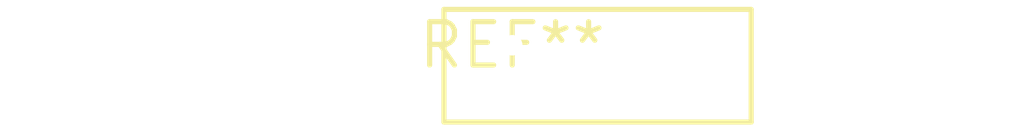
<source format=kicad_pcb>
(kicad_pcb (version 20240108) (generator pcbnew)
  (layers (0 "F.Cu" signal) (31 "B.Cu" signal) (34 "B.Paste" user) (35 "F.Paste" user) (36 "B.SilkS" user "B.Silkscreen") (37 "F.SilkS" user "F.Silkscreen") (38 "B.Mask" user) (39 "F.Mask" user) (44 "Edge.Cuts" user))
  (net 0 "")
  (footprint "RV_Disc_D9mm_W3.3mm_P5mm" (layer "F.Cu") (at 0 0)
    (property "Reference" "REF**")
    (property "Value" "RV_Disc_D9mm_W3.3mm_P5mm")
    (fp_line (start -2 -1.05) (end -2 2.25) (layer "F.SilkS") (stroke (width 0.15)))
    (fp_line (start -2 -1.05) (end 7 -1.05) (layer "F.SilkS") (stroke (width 0.15)))
    (fp_line (start -2 2.25) (end 7 2.25) (layer "F.SilkS") (stroke (width 0.15)))
    (fp_line (start 7 -1.05) (end 7 2.25) (layer "F.SilkS") (stroke (width 0.15)))
    (pad "1" thru_hole circle (at 0 0) (size 1.6 1.6) (drill 0.6) (layers *.Cu *.Mask) (remove_unused_layers))
    (pad "2" thru_hole circle (at 5 1.2) (size 1.6 1.6) (drill 0.6) (layers *.Cu *.Mask) (remove_unused_layers))
  )
)
</source>
